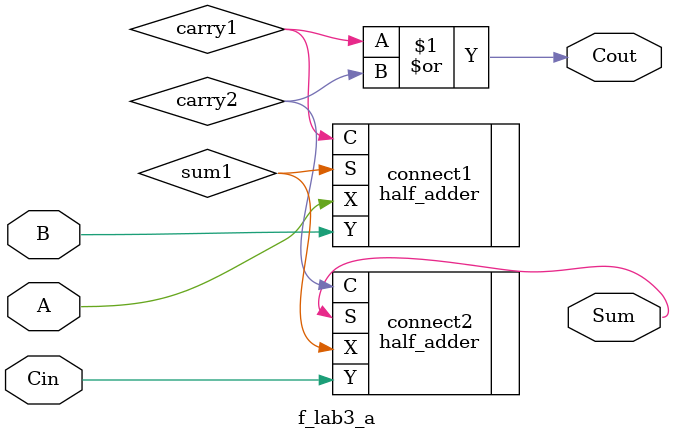
<source format=v>
`timescale 1ns / 1ps



module f_lab3_a(
input A,
input B,
input Cin,
output Sum,
output Cout
    );
wire carry1,sum1;
wire carry2;

half_adder connect1(
    .X(A),
    .Y(B),
    .S(sum1),
    .C(carry1)
    );
half_adder connect2(
    .X(sum1),
    .Y(Cin),
    .S(Sum),
    .C(carry2)
    );
or(Cout,carry1,carry2);

endmodule

</source>
